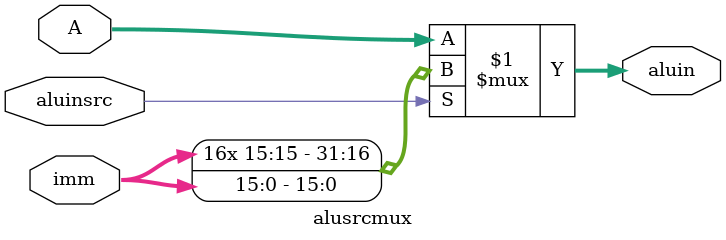
<source format=v>
module alusrcmux(A,imm,aluinsrc,aluin);
input [31:0] A;
input [15:0] imm;
input aluinsrc;
output [31:0] aluin;

assign aluin = (aluinsrc)?{{16{imm[15]}},imm}:A;
endmodule
</source>
